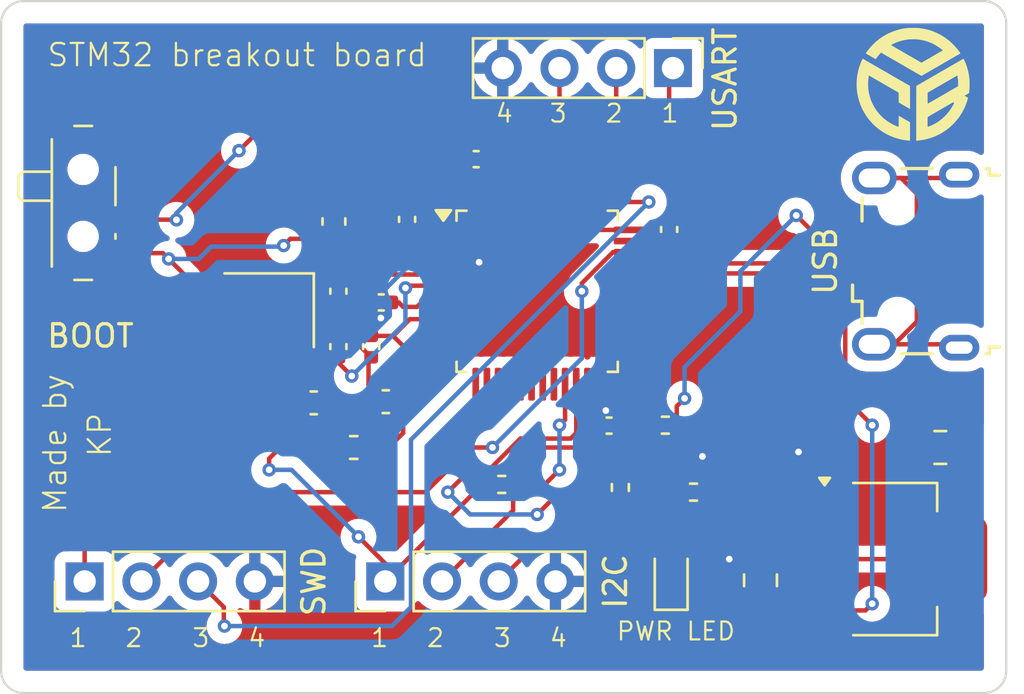
<source format=kicad_pcb>
(kicad_pcb (version 20221018) (generator pcbnew)
  (layers (0 "F.Cu" signal) (31 "B.Cu" power) (34 "B.Paste" user) (35 "F.Paste" user) (36 "B.SilkS" user "B.Silkscreen") (37 "F.SilkS" user "F.Silkscreen") (38 "B.Mask" user) (39 "F.Mask" user) (44 "Edge.Cuts" user))
  (net 0 "")
  (net 1 "+3.3V")
  (net 2 "GND")
  (net 3 "+3.3VA")
  (net 4 "/NRST")
  (net 5 "/OSC_IN")
  (net 6 "/OSC_OUT")
  (net 7 "VBUS")
  (net 8 "/PWR_LED_K")
  (net 9 "/USB_D-")
  (net 10 "/USB_D+")
  (net 12 "unconnected-(J1-Shield-Pad6)")
  (net 13 "/SWDIO")
  (net 14 "/SWCLK")
  (net 15 "/USART1_TX")
  (net 16 "/USART1_RX")
  (net 17 "/I2C2_SCL")
  (net 18 "/I2C2_SDA")
  (net 19 "/SW_BOOT0")
  (net 20 "/BOOT0")
  (footprint "kartik:custom_logo" (layer "F.Cu") (at 186.832368 89.722748)
    (fp_text reference "G***" hide)
    (fp_text value "LOGO" hide)
  )
  (footprint "Capacitor_SMD:C_0805_2012Metric" (layer "F.Cu") (at 180 111.95 90)
    (fp_text reference "C12" hide)
    (fp_text value "22u" hide)
    (pad "1" smd roundrect (at -0.95 0 90) (size 1 1.45) (layers "F.Cu" "F.Paste" "F.Mask") (net 7 "VBUS"))
    (pad "2" smd roundrect (at 0.95 0 90) (size 1 1.45) (layers "F.Cu" "F.Paste" "F.Mask") (net 2 "GND"))
  )
  (footprint "Capacitor_SMD:C_0402_1005Metric" (layer "F.Cu") (at 163.02 99.5 180)
    (fp_text reference "C9" hide)
    (fp_text value "100n" hide)
    (pad "1" smd roundrect (at -0.48 0 180) (size 0.56 0.62) (layers "F.Cu" "F.Paste" "F.Mask") (net 4 "/NRST"))
    (pad "2" smd roundrect (at 0.48 0 180) (size 0.56 0.62) (layers "F.Cu" "F.Paste" "F.Mask") (net 2 "GND"))
  )
  (footprint "Package_QFP:LQFP-48_7x7mm_P0.5mm" (layer "F.Cu") (at 170 99)
    (fp_text reference "U1" hide)
    (fp_text value "STM32F103C8T6" hide)
    (pad "1" smd roundrect (at -4.1625 -2.75) (size 1.475 0.3) (layers "F.Cu" "F.Paste" "F.Mask") (net 1 "+3.3V"))
    (pad "2" smd roundrect (at -4.1625 -2.25) (size 1.475 0.3) (layers "F.Cu" "F.Paste" "F.Mask"))
    (pad "3" smd roundrect (at -4.1625 -1.75) (size 1.475 0.3) (layers "F.Cu" "F.Paste" "F.Mask"))
    (pad "4" smd roundrect (at -4.1625 -1.25) (size 1.475 0.3) (layers "F.Cu" "F.Paste" "F.Mask"))
    (pad "5" smd roundrect (at -4.1625 -0.75) (size 1.475 0.3) (layers "F.Cu" "F.Paste" "F.Mask") (net 5 "/OSC_IN"))
    (pad "6" smd roundrect (at -4.1625 -0.25) (size 1.475 0.3) (layers "F.Cu" "F.Paste" "F.Mask") (net 6 "/OSC_OUT"))
    (pad "7" smd roundrect (at -4.1625 0.25) (size 1.475 0.3) (layers "F.Cu" "F.Paste" "F.Mask") (net 4 "/NRST"))
    (pad "8" smd roundrect (at -4.1625 0.75) (size 1.475 0.3) (layers "F.Cu" "F.Paste" "F.Mask") (net 2 "GND"))
    (pad "9" smd roundrect (at -4.1625 1.25) (size 1.475 0.3) (layers "F.Cu" "F.Paste" "F.Mask") (net 3 "+3.3VA"))
    (pad "10" smd roundrect (at -4.1625 1.75) (size 1.475 0.3) (layers "F.Cu" "F.Paste" "F.Mask"))
    (pad "11" smd roundrect (at -4.1625 2.25) (size 1.475 0.3) (layers "F.Cu" "F.Paste" "F.Mask"))
    (pad "12" smd roundrect (at -4.1625 2.75) (size 1.475 0.3) (layers "F.Cu" "F.Paste" "F.Mask"))
    (pad "13" smd roundrect (at -2.75 4.1625) (size 0.3 1.475) (layers "F.Cu" "F.Paste" "F.Mask"))
    (pad "14" smd roundrect (at -2.25 4.1625) (size 0.3 1.475) (layers "F.Cu" "F.Paste" "F.Mask"))
    (pad "15" smd roundrect (at -1.75 4.1625) (size 0.3 1.475) (layers "F.Cu" "F.Paste" "F.Mask"))
    (pad "16" smd roundrect (at -1.25 4.1625) (size 0.3 1.475) (layers "F.Cu" "F.Paste" "F.Mask"))
    (pad "17" smd roundrect (at -0.75 4.1625) (size 0.3 1.475) (layers "F.Cu" "F.Paste" "F.Mask"))
    (pad "18" smd roundrect (at -0.25 4.1625) (size 0.3 1.475) (layers "F.Cu" "F.Paste" "F.Mask"))
    (pad "19" smd roundrect (at 0.25 4.1625) (size 0.3 1.475) (layers "F.Cu" "F.Paste" "F.Mask"))
    (pad "20" smd roundrect (at 0.75 4.1625) (size 0.3 1.475) (layers "F.Cu" "F.Paste" "F.Mask"))
    (pad "21" smd roundrect (at 1.25 4.1625) (size 0.3 1.475) (layers "F.Cu" "F.Paste" "F.Mask") (net 17 "/I2C2_SCL"))
    (pad "22" smd roundrect (at 1.75 4.1625) (size 0.3 1.475) (layers "F.Cu" "F.Paste" "F.Mask") (net 18 "/I2C2_SDA"))
    (pad "23" smd roundrect (at 2.25 4.1625) (size 0.3 1.475) (layers "F.Cu" "F.Paste" "F.Mask") (net 2 "GND"))
    (pad "24" smd roundrect (at 2.75 4.1625) (size 0.3 1.475) (layers "F.Cu" "F.Paste" "F.Mask") (net 1 "+3.3V"))
    (pad "25" smd roundrect (at 4.1625 2.75) (size 1.475 0.3) (layers "F.Cu" "F.Paste" "F.Mask"))
    (pad "26" smd roundrect (at 4.1625 2.25) (size 1.475 0.3) (layers "F.Cu" "F.Paste" "F.Mask"))
    (pad "27" smd roundrect (at 4.1625 1.75) (size 1.475 0.3) (layers "F.Cu" "F.Paste" "F.Mask"))
    (pad "28" smd roundrect (at 4.1625 1.25) (size 1.475 0.3) (layers "F.Cu" "F.Paste" "F.Mask"))
    (pad "29" smd roundrect (at 4.1625 0.75) (size 1.475 0.3) (layers "F.Cu" "F.Paste" "F.Mask"))
    (pad "30" smd roundrect (at 4.1625 0.25) (size 1.475 0.3) (layers "F.Cu" "F.Paste" "F.Mask"))
    (pad "31" smd roundrect (at 4.1625 -0.25) (size 1.475 0.3) (layers "F.Cu" "F.Paste" "F.Mask"))
    (pad "32" smd roundrect (at 4.1625 -0.75) (size 1.475 0.3) (layers "F.Cu" "F.Paste" "F.Mask") (net 9 "/USB_D-"))
    (pad "33" smd roundrect (at 4.1625 -1.25) (size 1.475 0.3) (layers "F.Cu" "F.Paste" "F.Mask") (net 10 "/USB_D+"))
    (pad "34" smd roundrect (at 4.1625 -1.75) (size 1.475 0.3) (layers "F.Cu" "F.Paste" "F.Mask") (net 13 "/SWDIO"))
    (pad "35" smd roundrect (at 4.1625 -2.25) (size 1.475 0.3) (layers "F.Cu" "F.Paste" "F.Mask") (net 2 "GND"))
    (pad "36" smd roundrect (at 4.1625 -2.75) (size 1.475 0.3) (layers "F.Cu" "F.Paste" "F.Mask") (net 1 "+3.3V"))
    (pad "37" smd roundrect (at 2.75 -4.1625) (size 0.3 1.475) (layers "F.Cu" "F.Paste" "F.Mask") (net 14 "/SWCLK"))
    (pad "38" smd roundrect (at 2.25 -4.1625) (size 0.3 1.475) (layers "F.Cu" "F.Paste" "F.Mask"))
    (pad "39" smd roundrect (at 1.75 -4.1625) (size 0.3 1.475) (layers "F.Cu" "F.Paste" "F.Mask"))
    (pad "40" smd roundrect (at 1.25 -4.1625) (size 0.3 1.475) (layers "F.Cu" "F.Paste" "F.Mask"))
    (pad "41" smd roundrect (at 0.75 -4.1625) (size 0.3 1.475) (layers "F.Cu" "F.Paste" "F.Mask"))
    (pad "42" smd roundrect (at 0.25 -4.1625) (size 0.3 1.475) (layers "F.Cu" "F.Paste" "F.Mask") (net 15 "/USART1_TX"))
    (pad "43" smd roundrect (at -0.25 -4.1625) (size 0.3 1.475) (layers "F.Cu" "F.Paste" "F.Mask") (net 16 "/USART1_RX"))
    (pad "44" smd roundrect (at -0.75 -4.1625) (size 0.3 1.475) (layers "F.Cu" "F.Paste" "F.Mask") (net 20 "/BOOT0"))
    (pad "45" smd roundrect (at -1.25 -4.1625) (size 0.3 1.475) (layers "F.Cu" "F.Paste" "F.Mask"))
    (pad "46" smd roundrect (at -1.75 -4.1625) (size 0.3 1.475) (layers "F.Cu" "F.Paste" "F.Mask"))
    (pad "47" smd roundrect (at -2.25 -4.1625) (size 0.3 1.475) (layers "F.Cu" "F.Paste" "F.Mask") (net 2 "GND"))
    (pad "48" smd roundrect (at -2.75 -4.1625) (size 0.3 1.475) (layers "F.Cu" "F.Paste" "F.Mask") (net 1 "+3.3V"))
  )
  (footprint "LED_SMD:LED_0603_1608Metric" (layer "F.Cu") (at 176 111.7875 90)
    (fp_text reference "D1" hide)
    (fp_text value "RED" hide)
    (pad "1" smd roundrect (at -0.7875 0 90) (size 0.875 0.95) (layers "F.Cu" "F.Paste" "F.Mask") (net 8 "/PWR_LED_K"))
    (pad "2" smd roundrect (at 0.7875 0 90) (size 0.875 0.95) (layers "F.Cu" "F.Paste" "F.Mask") (net 1 "+3.3V"))
  )
  (footprint "Capacitor_SMD:C_0603_1608Metric" (layer "F.Cu") (at 160.9 95.875 90)
    (fp_text reference "C5" hide)
    (fp_text value "10u" hide)
    (pad "1" smd roundrect (at -0.775 0 90) (size 0.9 0.95) (layers "F.Cu" "F.Paste" "F.Mask") (net 1 "+3.3V"))
    (pad "2" smd roundrect (at 0.775 0 90) (size 0.9 0.95) (layers "F.Cu" "F.Paste" "F.Mask") (net 2 "GND"))
  )
  (footprint "Connector_PinHeader_2.54mm:PinHeader_1x04_P2.54mm_Vertical" (layer "F.Cu") (at 149.74 112 90)
    (fp_text reference "SWD" (at 0 10.26 90) (layer "F.SilkS"))
    (fp_text value "Conn_01x04_Pin" hide)
    (pad "1" thru_hole rect (at 0 0 90) (size 1.7 1.7) (drill 1) (layers "*.Cu" "*.Mask") (net 1 "+3.3V"))
    (pad "2" thru_hole oval (at 0 2.54 90) (size 1.7 1.7) (drill 1) (layers "*.Cu" "*.Mask") (net 13 "/SWDIO"))
    (pad "3" thru_hole oval (at 0 5.08 90) (size 1.7 1.7) (drill 1) (layers "*.Cu" "*.Mask") (net 14 "/SWCLK"))
    (pad "4" thru_hole oval (at 0 7.62 90) (size 1.7 1.7) (drill 1) (layers "*.Cu" "*.Mask") (net 2 "GND"))
  )
  (footprint "Capacitor_SMD:C_0402_1005Metric" (layer "F.Cu") (at 175.909488 96.23 -90)
    (fp_text reference "C3" hide)
    (fp_text value "100n" hide)
    (pad "1" smd roundrect (at -0.48 0 270) (size 0.56 0.62) (layers "F.Cu" "F.Paste" "F.Mask") (net 1 "+3.3V"))
    (pad "2" smd roundrect (at 0.48 0 270) (size 0.56 0.62) (layers "F.Cu" "F.Paste" "F.Mask") (net 2 "GND"))
  )
  (footprint "Connector_PinHeader_2.54mm:PinHeader_1x04_P2.54mm_Vertical" (layer "F.Cu") (at 176.08 89 -90)
    (fp_text reference "USART" (at 0.5 -2.33 90) (layer "F.SilkS"))
    (fp_text value "Conn_01x04_Pin" hide)
    (pad "1" thru_hole rect (at 0 0 270) (size 1.7 1.7) (drill 1) (layers "*.Cu" "*.Mask") (net 1 "+3.3V"))
    (pad "2" thru_hole oval (at 0 2.54 270) (size 1.7 1.7) (drill 1) (layers "*.Cu" "*.Mask") (net 15 "/USART1_TX"))
    (pad "3" thru_hole oval (at 0 5.08 270) (size 1.7 1.7) (drill 1) (layers "*.Cu" "*.Mask") (net 16 "/USART1_RX"))
    (pad "4" thru_hole oval (at 0 7.62 270) (size 1.7 1.7) (drill 1) (layers "*.Cu" "*.Mask") (net 2 "GND"))
  )
  (footprint "Resistor_SMD:R_0402_1005Metric" (layer "F.Cu") (at 177 108 180)
    (fp_text reference "R3" hide)
    (fp_text value "1k5" hide)
    (pad "1" smd roundrect (at -0.51 0 180) (size 0.54 0.64) (layers "F.Cu" "F.Paste" "F.Mask") (net 2 "GND"))
    (pad "2" smd roundrect (at 0.51 0 180) (size 0.54 0.64) (layers "F.Cu" "F.Paste" "F.Mask") (net 8 "/PWR_LED_K"))
  )
  (footprint "Capacitor_SMD:C_0805_2012Metric" (layer "F.Cu") (at 188.05 106 180)
    (fp_text reference "C13" hide)
    (fp_text value "22u" hide)
    (pad "1" smd roundrect (at -0.95 0 180) (size 1 1.45) (layers "F.Cu" "F.Paste" "F.Mask") (net 1 "+3.3V"))
    (pad "2" smd roundrect (at 0.95 0 180) (size 1 1.45) (layers "F.Cu" "F.Paste" "F.Mask") (net 2 "GND"))
  )
  (footprint "Capacitor_SMD:C_0402_1005Metric" (layer "F.Cu") (at 173.219573 105.020575 180)
    (fp_text reference "C4" hide)
    (fp_text value "100n" hide)
    (pad "1" smd roundrect (at -0.48 0 180) (size 0.56 0.62) (layers "F.Cu" "F.Paste" "F.Mask") (net 1 "+3.3V"))
    (pad "2" smd roundrect (at 0.48 0 180) (size 0.56 0.62) (layers "F.Cu" "F.Paste" "F.Mask") (net 2 "GND"))
  )
  (footprint "Capacitor_SMD:C_0402_1005Metric" (layer "F.Cu") (at 164.176972 95.78 90)
    (fp_text reference "C2" hide)
    (fp_text value "100n" hide)
    (pad "1" smd roundrect (at -0.48 0 90) (size 0.56 0.62) (layers "F.Cu" "F.Paste" "F.Mask") (net 1 "+3.3V"))
    (pad "2" smd roundrect (at 0.48 0 90) (size 0.56 0.62) (layers "F.Cu" "F.Paste" "F.Mask") (net 2 "GND"))
  )
  (footprint "Resistor_SMD:R_0201_0603Metric" (layer "F.Cu") (at 169.25 92.845 -90)
    (fp_text reference "R1" hide)
    (fp_text value "10k" hide)
    (pad "1" smd roundrect (at -0.32 0 270) (size 0.46 0.4) (layers "F.Cu" "F.Mask") (net 19 "/SW_BOOT0"))
    (pad "2" smd roundrect (at 0.32 0 270) (size 0.46 0.4) (layers "F.Cu" "F.Mask") (net 20 "/BOOT0"))
  )
  (footprint "Capacitor_SMD:C_0603_1608Metric" (layer "F.Cu") (at 163.225 103.947194 180)
    (fp_text reference "C7" hide)
    (fp_text value "1u" hide)
    (pad "1" smd roundrect (at -0.775 0 180) (size 0.9 0.95) (layers "F.Cu" "F.Paste" "F.Mask") (net 3 "+3.3VA"))
    (pad "2" smd roundrect (at 0.775 0 180) (size 0.9 0.95) (layers "F.Cu" "F.Paste" "F.Mask") (net 2 "GND"))
  )
  (footprint "Inductor_SMD:L_0603_1608Metric" (layer "F.Cu") (at 161.7875 106 180)
    (fp_text reference "FB1" hide)
    (fp_text value "120R" hide)
    (pad "1" smd roundrect (at -0.7875 0 180) (size 0.875 0.95) (layers "F.Cu" "F.Paste" "F.Mask") (net 3 "+3.3VA"))
    (pad "2" smd roundrect (at 0.7875 0 180) (size 0.875 0.95) (layers "F.Cu" "F.Paste" "F.Mask") (net 1 "+3.3V"))
  )
  (footprint "Resistor_SMD:R_0402_1005Metric" (layer "F.Cu") (at 173.725476 107.790682 90)
    (fp_text reference "R5" hide)
    (fp_text value "1k5" hide)
    (pad "1" smd roundrect (at -0.51 0 90) (size 0.54 0.64) (layers "F.Cu" "F.Paste" "F.Mask") (net 18 "/I2C2_SDA"))
    (pad "2" smd roundrect (at 0.51 0 90) (size 0.54 0.64) (layers "F.Cu" "F.Paste" "F.Mask") (net 1 "+3.3V"))
  )
  (footprint "Package_TO_SOT_SMD:SOT-223-3_TabPin2" (layer "F.Cu") (at 186 111)
    (fp_text reference "U2" hide)
    (fp_text value "AMS1117-3.3" hide)
    (pad "1" smd roundrect (at -3.15 -2.3) (size 2 1.5) (layers "F.Cu" "F.Paste" "F.Mask") (net 2 "GND"))
    (pad "2" smd roundrect (at -3.15 0) (size 2 1.5) (layers "F.Cu" "F.Paste" "F.Mask") (net 1 "+3.3V"))
    (pad "2" smd roundrect (at 3.15 0) (size 2 3.8) (layers "F.Cu" "F.Paste" "F.Mask") (net 1 "+3.3V"))
    (pad "3" smd roundrect (at -3.15 2.3) (size 2 1.5) (layers "F.Cu" "F.Paste" "F.Mask") (net 7 "VBUS"))
  )
  (footprint "Connector_PinHeader_2.54mm:PinHeader_1x04_P2.54mm_Vertical" (layer "F.Cu") (at 163.2 112 90)
    (fp_text reference "I2C" (at 0 10.3 90) (layer "F.SilkS"))
    (fp_text value "Conn_01x04_Pin" hide)
    (pad "1" thru_hole rect (at 0 0 90) (size 1.7 1.7) (drill 1) (layers "*.Cu" "*.Mask") (net 1 "+3.3V"))
    (pad "2" thru_hole oval (at 0 2.54 90) (size 1.7 1.7) (drill 1) (layers "*.Cu" "*.Mask") (net 17 "/I2C2_SCL"))
    (pad "3" thru_hole oval (at 0 5.08 90) (size 1.7 1.7) (drill 1) (layers "*.Cu" "*.Mask") (net 18 "/I2C2_SDA"))
    (pad "4" thru_hole oval (at 0 7.62 90) (size 1.7 1.7) (drill 1) (layers "*.Cu" "*.Mask") (net 2 "GND"))
  )
  (footprint "Capacitor_SMD:C_0402_1005Metric" (layer "F.Cu") (at 161.1 99 -90)
    (fp_text reference "C10" hide)
    (fp_text value "10p" hide)
    (pad "1" smd roundrect (at -0.48 0 270) (size 0.56 0.62) (layers "F.Cu" "F.Paste" "F.Mask") (net 5 "/OSC_IN"))
    (pad "2" smd roundrect (at 0.48 0 270) (size 0.56 0.62) (layers "F.Cu" "F.Paste" "F.Mask") (net 2 "GND"))
  )
  (footprint "Capacitor_SMD:C_0603_1608Metric" (layer "F.Cu") (at 159.998147 104)
    (fp_text reference "C8" hide)
    (fp_text value "1u" hide)
    (pad "1" smd roundrect (at -0.775 0) (size 0.9 0.95) (layers "F.Cu" "F.Paste" "F.Mask") (net 1 "+3.3V"))
    (pad "2" smd roundrect (at 0.775 0) (size 0.9 0.95) (layers "F.Cu" "F.Paste" "F.Mask") (net 2 "GND"))
  )
  (footprint "Resistor_SMD:R_0402_1005Metric" (layer "F.Cu") (at 168.414306 107.655311 180)
    (fp_text reference "R4" hide)
    (fp_text value "1k5" hide)
    (pad "1" smd roundrect (at -0.51 0 180) (size 0.54 0.64) (layers "F.Cu" "F.Paste" "F.Mask") (net 17 "/I2C2_SCL"))
    (pad "2" smd roundrect (at 0.51 0 180) (size 0.54 0.64) (layers "F.Cu" "F.Paste" "F.Mask") (net 1 "+3.3V"))
  )
  (footprint "Button_Switch_SMD:SW_SPDT_PCM12" (layer "F.Cu") (at 150 95.0425 -90)
    (fp_text reference "SW1" hide)
    (fp_text value "SW_SPDT" hide)
    (pad "" smd rect (at -3.65 -0.78 270) (size 1 0.8) (layers "F.Cu" "F.Paste" "F.Mask"))
    (pad "" smd rect (at -3.65 1.43 270) (size 1 0.8) (layers "F.Cu" "F.Paste" "F.Mask"))
    (pad "" np_thru_hole circle (at -1.5 0.33 270) (size 0.9 0.9) (drill 0.9) (layers "*.Cu" "*.Mask"))
    (pad "" np_thru_hole circle (at 1.5 0.33 270) (size 0.9 0.9) (drill 0.9) (layers "*.Cu" "*.Mask"))
    (pad "" smd rect (at 3.65 -0.78 270) (size 1 0.8) (layers "F.Cu" "F.Paste" "F.Mask"))
    (pad "" smd rect (at 3.65 1.43 270) (size 1 0.8) (layers "F.Cu" "F.Paste" "F.Mask"))
    (pad "1" smd rect (at -2.25 -1.43 270) (size 0.7 1.5) (layers "F.Cu" "F.Paste" "F.Mask") (net 2 "GND"))
    (pad "2" smd rect (at 0.75 -1.43 270) (size 0.7 1.5) (layers "F.Cu" "F.Paste" "F.Mask") (net 19 "/SW_BOOT0"))
    (pad "3" smd rect (at 2.25 -1.43 270) (size 0.7 1.5) (layers "F.Cu" "F.Paste" "F.Mask") (net 1 "+3.3V"))
  )
  (footprint "Capacitor_SMD:C_0402_1005Metric" (layer "F.Cu") (at 162.569158 101.48 -90)
    (fp_text reference "C6" hide)
    (fp_text value "10n" hide)
    (pad "1" smd roundrect (at -0.48 0 270) (size 0.56 0.62) (layers "F.Cu" "F.Paste" "F.Mask") (net 3 "+3.3VA"))
    (pad "2" smd roundrect (at 0.48 0 270) (size 0.56 0.62) (layers "F.Cu" "F.Paste" "F.Mask") (net 2 "GND"))
  )
  (footprint "Resistor_SMD:R_0402_1005Metric" (layer "F.Cu") (at 175.74 105)
    (fp_text reference "R2" hide)
    (fp_text value "1k5" hide)
    (pad "1" smd roundrect (at -0.51 0) (size 0.54 0.64) (layers "F.Cu" "F.Paste" "F.Mask") (net 1 "+3.3V"))
    (pad "2" smd roundrect (at 0.51 0) (size 0.54 0.64) (layers "F.Cu" "F.Paste" "F.Mask") (net 10 "/USB_D+"))
  )
  (footprint "Connector_USB:USB_Micro-B_Wuerth_629105150521" (layer "F.Cu") (at 186.945 97.65 90)
    (fp_text reference "USB" (at 0 -4.045 90) (layer "F.SilkS"))
    (fp_text value "USB_B_Micro" hide)
    (pad "" np_thru_hole oval (at -2.5 -0.8 90) (size 0.8 0.8) (drill 0.8) (layers "*.Cu" "*.Mask"))
    (pad "" np_thru_hole oval (at 2.5 -0.8 90) (size 0.8 0.8) (drill 0.8) (layers "*.Cu" "*.Mask"))
    (pad "1" smd rect (at -1.3 -1.9 90) (size 0.45 1.3) (layers "F.Cu" "F.Paste" "F.Mask") (net 7 "VBUS"))
    (pad "2" smd rect (at -0.65 -1.9 90) (size 0.45 1.3) (layers "F.Cu" "F.Paste" "F.Mask") (net 9 "/USB_D-"))
    (pad "3" smd rect (at 0 -1.9 90) (size 0.45 1.3) (layers "F.Cu" "F.Paste" "F.Mask") (net 10 "/USB_D+"))
    (pad "4" smd rect (at 0.65 -1.9 90) (size 0.45 1.3) (layers "F.Cu" "F.Paste" "F.Mask"))
    (pad "5" smd rect (at 1.3 -1.9 90) (size 0.45 1.3) (layers "F.Cu" "F.Paste" "F.Mask") (net 2 "GND"))
    (pad "6" thru_hole oval (at -3.875 1.95 90) (size 1.15 1.8) (drill oval 0.55 1.2) (layers "*.Cu" "*.Mask") (net 12 "unconnected-(J1-Shield-Pad6)"))
    (pad "6" thru_hole oval (at -3.725 -1.85 90) (size 1.45 2) (drill oval 0.85 1.4) (layers "*.Cu" "*.Mask") (net 12 "unconnected-(J1-Shield-Pad6)"))
    (pad "6" thru_hole oval (at 3.725 -1.85 90) (size 1.45 2) (drill oval 0.85 1.4) (layers "*.Cu" "*.Mask") (net 12 "unconnected-(J1-Shield-Pad6)"))
    (pad "6" thru_hole oval (at 3.875 1.95 90) (size 1.15 1.8) (drill oval 0.55 1.2) (layers "*.Cu" "*.Mask") (net 12 "unconnected-(J1-Shield-Pad6)"))
  )
  (footprint "Capacitor_SMD:C_0402_1005Metric" (layer "F.Cu") (at 167.27 93.08143)
    (fp_text reference "C1" hide)
    (fp_text value "100n" hide)
    (pad "1" smd roundrect (at -0.48 0) (size 0.56 0.62) (layers "F.Cu" "F.Paste" "F.Mask") (net 1 "+3.3V"))
    (pad "2" smd roundrect (at 0.48 0) (size 0.56 0.62) (layers "F.Cu" "F.Paste" "F.Mask") (net 2 "GND"))
  )
  (footprint "Capacitor_SMD:C_0402_1005Metric" (layer "F.Cu") (at 161.1 101.48 90)
    (fp_text reference "C11" hide)
    (fp_text value "10p" hide)
    (pad "1" smd roundrect (at -0.48 0 90) (size 0.56 0.62) (layers "F.Cu" "F.Paste" "F.Mask") (net 6 "/OSC_OUT"))
    (pad "2" smd roundrect (at 0.48 0 90) (size 0.56 0.62) (layers "F.Cu" "F.Paste" "F.Mask") (net 2 "GND"))
  )
  (footprint "Crystal:Crystal_SMD_3225-4Pin_3.2x2.5mm" (layer "F.Cu") (at 158 99.85 180)
    (fp_text reference "Y1" hide)
    (fp_text value "16MHz" hide)
    (pad "1" smd rect (at -1.1 0.85 180) (size 1.4 1.2) (layers "F.Cu" "F.Paste" "F.Mask") (net 5 "/OSC_IN"))
    (pad "2" smd rect (at 1.1 0.85 180) (size 1.4 1.2) (layers "F.Cu" "F.Paste" "F.Mask") (net 2 "GND"))
    (pad "3" smd rect (at 1.1 -0.85 180) (size 1.4 1.2) (layers "F.Cu" "F.Paste" "F.Mask") (net 6 "/OSC_OUT"))
    (pad "4" smd rect (at -1.1 -0.85 180) (size 1.4 1.2) (layers "F.Cu" "F.Paste" "F.Mask") (net 2 "GND"))
  )
  (gr_arc (start 146 87) (mid 146.292893 86.292893) (end 147 86) (stroke (width 0.1)) (layer "Edge.Cuts"))
  (gr_line (start 147 117) (end 190 117) (stroke (width 0.1)) (layer "Edge.Cuts"))
  (gr_arc (start 191 116) (mid 190.707107 116.707107) (end 190 117) (stroke (width 0.1)) (layer "Edge.Cuts"))
  (gr_line (start 191 87) (end 191 116) (stroke (width 0.1)) (layer "Edge.Cuts"))
  (gr_line (start 146 116) (end 146 87) (stroke (width 0.1)) (layer "Edge.Cuts"))
  (gr_arc (start 190 86) (mid 190.707107 86.292893) (end 191 87) (stroke (width 0.1)) (layer "Edge.Cuts"))
  (gr_line (start 147 86) (end 190 86) (stroke (width 0.1)) (layer "Edge.Cuts"))
  (gr_arc (start 147 117) (mid 146.292893 116.707107) (end 146 116) (stroke (width 0.1)) (layer "Edge.Cuts"))
  (gr_text "1" (at 162.5 115) (layer "F.SilkS") (effects (font (size 0.8 0.8) (thickness 0.1)) (justify left bottom)))
  (gr_text "BOOT" (at 150 101) (layer "F.SilkS") (effects (font (size 1 1))))
  (gr_text "STM32 breakout board" (at 148 89) (layer "F.SilkS") (effects (font (size 1 1) (thickness 0.1)) (justify left bottom)))
  (gr_text "1" (at 149 115) (layer "F.SilkS") (effects (font (size 0.8 0.8) (thickness 0.1)) (justify left bottom)))
  (gr_text "PWR LED" (at 173.5 114.7) (layer "F.SilkS") (effects (font (size 0.8 0.8) (thickness 0.1)) (justify left bottom)))
  (gr_text "1" (at 175.5 91.5) (layer "F.SilkS") (effects (font (size 0.8 0.8) (thickness 0.1)) (justify left bottom)))
  (gr_text "4" (at 170.5 115) (layer "F.SilkS") (effects (font (size 0.8 0.8) (thickness 0.1)) (justify left bottom)))
  (gr_text "3" (at 154.5 115) (layer "F.SilkS") (effects (font (size 0.8 0.8) (thickness 0.1)) (justify left bottom)))
  (gr_text "2" (at 151.5 115) (layer "F.SilkS") (effects (font (size 0.8 0.8) (thickness 0.1)) (justify left bottom)))
  (gr_text "4" (at 157 115) (layer "F.SilkS") (effects (font (size 0.8 0.8) (thickness 0.1)) (justify left bottom)))
  (gr_text "4" (at 168.08 91.5) (layer "F.SilkS") (effects (font (size 0.8 0.8) (thickness 0.1)) (justify left bottom)))
  (gr_text "KP" (at 151 106.5 90) (layer "F.SilkS") (effects (font (size 1 1) (thickness 0.1)) (justify left bottom)))
  (gr_text "3" (at 168 115) (layer "F.SilkS") (effects (font (size 0.8 0.8) (thickness 0.1)) (justify left bottom)))
  (gr_text "2" (at 165 115) (layer "F.SilkS") (effects (font (size 0.8 0.8) (thickness 0.1)) (justify left bottom)))
  (gr_text "3" (at 170.5 91.5) (layer "F.SilkS") (effects (font (size 0.8 0.8) (thickness 0.1)) (justify left bottom)))
  (gr_text "Made by" (at 149 109 90) (layer "F.SilkS") (effects (font (size 1 1) (thickness 0.1)) (justify left bottom)))
  (gr_text "2" (at 173 91.5) (layer "F.SilkS") (effects (font (size 0.8 0.8) (thickness 0.1)) (justify left bottom)))
  (segment (start 163.29 96.26) (end 164.176972 96.26) (width 0.2) (layer "F.Cu") (net 1))
  (segment (start 167.25 95.95) (end 167.55 96.25) (width 0.2) (layer "F.Cu") (net 1))
  (segment (start 167.55 96.25) (end 174.1625 96.25) (width 0.2) (layer "F.Cu") (net 1))
  (segment (start 163.2 112) (end 167.544689 107.655311) (width 0.2) (layer "F.Cu") (net 1))
  (segment (start 159.95 106) (end 161 106) (width 0.2) (layer "F.Cu") (net 1))
  (segment (start 158 107) (end 158 106.496294) (width 0.2) (layer "F.Cu") (net 1))
  (segment (start 174.4 112) (end 175.4 111) (width 0.2) (layer "F.Cu") (net 1))
  (segment (start 163.2 111.2) (end 162 110) (width 0.2) (layer "F.Cu") (net 1))
  (segment (start 173.699573 105.020575) (end 173.699573 104.112073) (width 0.2) (layer "F.Cu") (net 1))
  (segment (start 189.15 111) (end 189.15 106.15) (width 0.2) (layer "F.Cu") (net 1))
  (segment (start 175.4 111) (end 176 111) (width 0.2) (layer "F.Cu") (net 1))
  (segment (start 153.5 97.55) (end 154.35 98.4) (width 0.2) (layer "F.Cu") (net 1))
  (segment (start 182.85 111) (end 182.4 111) (width 0.2) (layer "F.Cu") (net 1))
  (segment (start 175.409488 96.25) (end 175.909488 95.75) (width 0.2) (layer "F.Cu") (net 1))
  (segment (start 174.4 113.9) (end 174.4 112) (width 0.2) (layer "F.Cu") (net 1))
  (segment (start 166.79 93.08143) (end 166.79 93.29) (width 0.2) (layer "F.Cu") (net 1))
  (segment (start 163.2 112) (end 163.2 111.2) (width 0.2) (layer "F.Cu") (net 1))
  (segment (start 162.9 96.65) (end 163.29 96.26) (width 0.2) (layer "F.Cu") (net 1))
  (segment (start 169.559617 106) (end 173 106) (width 0.2) (layer "F.Cu") (net 1))
  (segment (start 173.699573 104.112073) (end 172.75 103.1625) (width 0.2) (layer "F.Cu") (net 1))
  (segment (start 175.909488 95.75) (end 175.909488 89.170512) (width 0.2) (layer "F.Cu") (net 1))
  (segment (start 173.699573 105.020575) (end 175.209425 105.020575) (width 0.2) (layer "F.Cu") (net 1))
  (segment (start 154.35 102.4) (end 155.95 104) (width 0.2) (layer "F.Cu") (net 1))
  (segment (start 167.25 93.75) (end 167.25 94.8375) (width 0.2) (layer "F.Cu") (net 1))
  (segment (start 159.223147 104) (end 159.223147 105.273147) (width 0.2) (layer "F.Cu") (net 1))
  (segment (start 174.1625 96.25) (end 175.409488 96.25) (width 0.2) (layer "F.Cu") (net 1))
  (segment (start 165.8275 96.26) (end 165.8375 96.25) (width 0.2) (layer "F.Cu") (net 1))
  (segment (start 173.725476 107.280682) (end 175 108.555206) (width 0.2) (layer "F.Cu") (net 1))
  (segment (start 151.43 97.2925) (end 153.2425 97.2925) (width 0.2) (layer "F.Cu") (net 1))
  (segment (start 153.2425 97.2925) (end 153.5 97.55) (width 0.2) (layer "F.Cu") (net 1))
  (segment (start 149.74 110.21) (end 155.95 104) (width 0.2) (layer "F.Cu") (net 1))
  (segment (start 167.25 95.95) (end 167.25 94.8375) (width 0.2) (layer "F.Cu") (net 1))
  (segment (start 176.8 114.3) (end 174.8 114.3) (width 0.2) (layer "F.Cu") (net 1))
  (segment (start 182.85 111) (end 189.15 111) (width 0.2) (layer "F.Cu") (net 1))
  (segment (start 160.9 96.65) (end 162.9 96.65) (width 0.2) (layer "F.Cu") (net 1))
  (segment (start 175 108.555206) (end 175 110) (width 0.2) (layer "F.Cu") (net 1))
  (segment (start 175.209425 105.020575) (end 175.23 105) (width 0.2) (layer "F.Cu") (net 1))
  (segment (start 158.95 96.65) (end 160.9 96.65) (width 0.2) (layer "F.Cu") (net 1))
  (segment (start 173.725476 106.725476) (end 173.725476 107.280682) (width 0.2) (layer "F.Cu") (net 1))
  (segment (start 173 106) (end 173.725476 106.725476) (width 0.2) (layer "F.Cu") (net 1))
  (segment (start 164.176972 96.26) (end 165.8275 96.26) (width 0.2) (layer "F.Cu") (net 1))
  (segment (start 178.5 109.4) (end 177.9 110) (width 0.2) (layer "F.Cu") (net 1))
  (segment (start 174.8 114.3) (end 174.4 113.9) (width 0.2) (layer "F.Cu") (net 1))
  (segment (start 173.699573 105.020575) (end 173.699573 105.300427) (width 0.2) (layer "F.Cu") (net 1))
  (segment (start 167.544689 107.655311) (end 167.904306 107.655311) (width 0.2) (layer "F.Cu") (net 1))
  (segment (start 182.4 111) (end 180.8 109.4) (width 0.2) (layer "F.Cu") (net 1))
  (segment (start 189.15 106.15) (end 189 106) (width 0.2) (layer "F.Cu") (net 1))
  (segment (start 149.74 112) (end 149.74 110.21) (width 0.2) (layer "F.Cu") (net 1))
  (segment (start 158.65 96.95) (end 158.95 96.65) (width 0.2) (layer "F.Cu") (net 1))
  (segment (start 166.79 93.29) (end 167.25 93.75) (width 0.2) (layer "F.Cu") (net 1))
  (segment (start 177.9 110) (end 177.9 113.2) (width 0.2) (layer "F.Cu") (net 1))
  (segment (start 154.35 98.4) (end 154.35 102.4) (width 0.2) (layer "F.Cu") (net 1))
  (segment (start 155.95 104) (end 159.223147 104) (width 0.2) (layer "F.Cu") (net 1))
  (segment (start 167.904306 107.655311) (end 169.559617 106) (width 0.2) (layer "F.Cu") (net 1))
  (segment (start 180.8 109.4) (end 178.5 109.4) (width 0.2) (layer "F.Cu") (net 1))
  (segment (start 158 106.496294) (end 159.223147 105.273147) (width 0.2) (layer "F.Cu") (net 1))
  (segment (start 177.9 113.2) (end 176.8 114.3) (width 0.2) (layer "F.Cu") (net 1))
  (segment (start 165.8375 96.25) (end 166.95 96.25) (width 0.2) (layer "F.Cu") (net 1))
  (segment (start 166.95 96.25) (end 167.25 95.95) (width 0.2) (layer "F.Cu") (net 1))
  (segment (start 175 110) (end 176 111) (width 0.2) (layer "F.Cu") (net 1))
  (segment (start 175.909488 89.170512) (end 176.08 89) (width 0.2) (layer "F.Cu") (net 1))
  (segment (start 159.223147 105.273147) (end 159.95 106) (width 0.2) (layer "F.Cu") (net 1))
  (segment (start 173.699573 105.300427) (end 173 106) (width 0.2) (layer "F.Cu") (net 1))
  (via (at 158 107) (size 0.6) (drill 0.3) (layers "F.Cu" "B.Cu") (net 1))
  (via (at 162 110) (size 0.6) (drill 0.3) (layers "F.Cu" "B.Cu") (net 1))
  (via (at 153.5 97.55) (size 0.6) (drill 0.3) (layers "F.Cu" "B.Cu") (net 1))
  (via (at 158.65 96.95) (size 0.6) (drill 0.3) (layers "F.Cu" "B.Cu") (net 1))
  (segment (start 155.4 97) (end 158.6 97) (width 0.2) (layer "B.Cu") (net 1))
  (segment (start 154.85 97.55) (end 155.4 97) (width 0.2) (layer "B.Cu") (net 1))
  (segment (start 153.5 97.55) (end 154.85 97.55) (width 0.2) (layer "B.Cu") (net 1))
  (segment (start 159 107) (end 158 107) (width 0.2) (layer "B.Cu") (net 1))
  (segment (start 162 110) (end 159 107) (width 0.2) (layer "B.Cu") (net 1))
  (segment (start 158.6 97) (end 158.65 96.95) (width 0.2) (layer "B.Cu") (net 1))
  (segment (start 182.5 94.5) (end 184.35 96.35) (width 0.2) (layer "F.Cu") (net 2))
  (segment (start 161.1 101) (end 161.1 99.48) (width 0.2) (layer "F.Cu") (net 2))
  (segment (start 162.54 99.74) (end 163 100.2) (width 0.2) (layer "F.Cu") (net 2))
  (segment (start 160.773147 104) (end 162.397194 104) (width 0.2) (layer "F.Cu") (net 2))
  (segment (start 167.75 93.08143) (end 167.75 94.8375) (width 0.2) (layer "F.Cu") (net 2))
  (segment (start 158.7 100.7) (end 157 99) (width 0.2) (layer "F.Cu") (net 2))
  (segment (start 162.397194 104) (end 162.45 103.947194) (width 0.2) (layer "F.Cu") (net 2))
  (segment (start 166.60741 99.75) (end 165.8375 99.75) (width 0.2) (layer "F.Cu") (net 2))
  (segment (start 176.79 96.71) (end 179 94.5) (width 0.2) (layer "F.Cu") (net 2))
  (segment (start 161.12 99.5) (end 161.1 99.48) (width 0.2) (layer "F.Cu") (net 2))
  (segment (start 175.909488 96.71) (end 176.79 96.71) (width 0.2) (layer "F.Cu") (net 2))
  (segment (start 174.1625 96.75) (end 175.869488 96.75) (width 0.2) (layer "F.Cu") (net 2))
  (segment (start 172.25 104.531002) (end 172.25 103.1625) (width 0.2) (layer "F.Cu") (net 2))
  (segment (start 167.4 98.95741) (end 166.60741 99.75) (width 0.2) (layer "F.Cu") (net 2))
  (segment (start 162.569158 103.828036) (end 162.45 103.947194) (width 0.2) (layer "F.Cu") (net 2))
  (segment (start 172.739573 104.679964) (end 173.075496 104.344041) (width 0.2) (layer "F.Cu") (net 2))
  (segment (start 161.609158 101) (end 162.569158 101.96) (width 0.2) (layer "F.Cu") (net 2))
  (segment (start 162.54 99.5) (end 162.54 99.74) (width 0.2) (layer "F.Cu") (net 2))
  (segment (start 159.1 100.7) (end 158.7 100.7) (width 0.2) (layer "F.Cu") (net 2))
  (segment (start 187.1 106) (end 181.9 106) (width 0.2) (layer "F.Cu") (net 2))
  (segment (start 177.4 107.89) (end 177.51 108) (width 0.2) (layer "F.Cu") (net 2))
  (segment (start 172.739573 105.020575) (end 172.739573 104.679964) (width 0.2) (layer "F.Cu") (net 2))
  (segment (start 184.35 96.35) (end 185.045 96.35) (width 0.2) (layer "F.Cu") (net 2))
  (segment (start 162.45 102.079158) (end 162.569158 101.96) (width 0.2) (layer "F.Cu") (net 2))
  (segment (start 178.6 111) (end 180 111) (width 0.2) (layer "F.Cu") (net 2))
  (segment (start 162.54 99.5) (end 161.12 99.5) (width 0.2) (layer "F.Cu") (net 2))
  (segment (start 161.1 101) (end 161.609158 101) (width 0.2) (layer "F.Cu") (net 2))
  (segment (start 177.4 106.4) (end 177.4 107.89) (width 0.2) (layer "F.Cu") (net 2))
  (segment (start 157 99) (end 156.9 99) (width 0.2) (layer "F.Cu") (net 2))
  (segment (start 172.739573 105.020575) (end 172.25 104.531002) (width 0.2) (layer "F.Cu") (net 2))
  (segment (start 175.869488 96.75) (end 175.909488 96.71) (width 0.2) (layer "F.Cu") (net 2))
  (segment (start 181.9 106) (end 181.7 106.2) (width 0.2) (layer "F.Cu") (net 2))
  (segment (start 167.4 97.7) (end 167.4 98.95741) (width 0.2) (layer "F.Cu") (net 2))
  (segment (start 162.45 103.947194) (end 162.45 102.079158) (width 0.2) (layer "F.Cu") (net 2))
  (segment (start 179 94.5) (end 182.5 94.5) (width 0.2) (layer "F.Cu") (net 2))
  (segment (start 162.52 99.48) (end 162.54 99.5) (width 0.2) (layer "F.Cu") (net 2))
  (via (at 163 100.2) (size 0.6) (drill 0.3) (layers "F.Cu" "B.Cu") (net 2))
  (via (at 181.7 106.2) (size 0.6) (drill 0.3) (layers "F.Cu" "B.Cu") (net 2))
  (via (at 173.075496 104.344041) (size 0.6) (drill 0.3) (layers "F.Cu" "B.Cu") (net 2))
  (via (at 177.4 106.4) (size 0.6) (drill 0.3) (layers "F.Cu" "B.Cu") (net 2))
  (via (at 167.4 97.7) (size 0.6) (drill 0.3) (layers "F.Cu" "B.Cu") (net 2))
  (via (at 178.6 111) (size 0.6) (drill 0.3) (layers "F.Cu" "B.Cu") (net 2))
  (segment (start 163 100.2) (end 163 99.104152) (width 0.2) (layer "B.Cu") (net 2))
  (segment (start 181.7 106.2) (end 178.6 109.3) (width 0.2) (layer "B.Cu") (net 2))
  (segment (start 178.6 109.3) (end 178.6 111) (width 0.2) (layer "B.Cu") (net 2))
  (segment (start 163 99.104152) (end 164.404152 97.7) (width 0.2) (layer "B.Cu") (net 2))
  (segment (start 164.404152 97.7) (end 167.4 97.7) (width 0.2) (layer "B.Cu") (net 2))
  (segment (start 173.075496 104.344041) (end 175.344041 104.344041) (width 0.2) (layer "B.Cu") (net 2))
  (segment (start 175.344041 104.344041) (end 177.4 106.4) (width 0.2) (layer "B.Cu") (net 2))
  (segment (start 164.3 100.25) (end 165.8375 100.25) (width 0.2) (layer "F.Cu") (net 3))
  (segment (start 164 103.947194) (end 164 101.45) (width 0.2) (layer "F.Cu") (net 3))
  (segment (start 163.35 106) (end 164 105.35) (width 0.2) (layer "F.Cu") (net 3))
  (segment (start 164 101.45) (end 163.55 101) (width 0.2) (layer "F.Cu") (net 3))
  (segment (start 162.569158 101) (end 163.55 101) (width 0.2) (layer "F.Cu") (net 3))
  (segment (start 163.55 101) (end 164.3 100.25) (width 0.2) (layer "F.Cu") (net 3))
  (segment (start 164 105.35) (end 164 103.947194) (width 0.2) (layer "F.Cu") (net 3))
  (segment (start 162.575 106) (end 163.35 106) (width 0.2) (layer "F.Cu") (net 3))
  (segment (start 163.8 99.5) (end 164 99.7) (width 0.2) (layer "F.Cu") (net 4))
  (segment (start 163.5 99.5) (end 163.8 99.5) (width 0.2) (layer "F.Cu") (net 4))
  (segment (start 164 99.7) (end 164.61759 99.7) (width 0.2) (layer "F.Cu") (net 4))
  (segment (start 164.61759 99.7) (end 165.06759 99.25) (width 0.2) (layer "F.Cu") (net 4))
  (segment (start 165.06759 99.25) (end 165.8375 99.25) (width 0.2) (layer "F.Cu") (net 4))
  (segment (start 159.1 99) (end 159.75 99) (width 0.2) (layer "F.Cu") (net 5))
  (segment (start 161.1 98.52) (end 161.37 98.25) (width 0.2) (layer "F.Cu") (net 5))
  (segment (start 161.37 98.25) (end 165.8375 98.25) (width 0.2) (layer "F.Cu") (net 5))
  (segment (start 159.75 99) (end 160.23 98.52) (width 0.2) (layer "F.Cu") (net 5))
  (segment (start 160.23 98.52) (end 161.1 98.52) (width 0.2) (layer "F.Cu") (net 5))
  (segment (start 156.9 100.7) (end 156.9 101.8) (width 0.2) (layer "F.Cu") (net 6))
  (segment (start 164.202681 98.75) (end 165.8375 98.75) (width 0.2) (layer "F.Cu") (net 6))
  (segment (start 164.102681 98.85) (end 164.202681 98.75) (width 0.2) (layer "F.Cu") (net 6))
  (segment (start 156.9 101.8) (end 157.06 101.96) (width 0.2) (layer "F.Cu") (net 6))
  (segment (start 157.06 101.96) (end 161.1 101.96) (width 0.2) (layer "F.Cu") (net 6))
  (segment (start 161.1 102.2) (end 161.7 102.8) (width 0.2) (layer "F.Cu") (net 6))
  (segment (start 161.1 101.96) (end 161.1 102.2) (width 0.2) (layer "F.Cu") (net 6))
  (via (at 161.7 102.8) (size 0.6) (drill 0.3) (layers "F.Cu" "B.Cu") (net 6))
  (via (at 164.102681 98.85) (size 0.6) (drill 0.3) (layers "F.Cu" "B.Cu") (net 6))
  (segment (start 164.102681 100.397319) (end 164.102681 98.85) (width 0.2) (layer "B.Cu") (net 6))
  (segment (start 161.7 102.8) (end 164.102681 100.397319) (width 0.2) (layer "B.Cu") (net 6))
  (segment (start 183.795 103.795) (end 183.795 100.355) (width 0.2) (layer "F.Cu") (net 7))
  (segment (start 182.85 113.3) (end 184.7 113.3) (width 0.2) (layer "F.Cu") (net 7))
  (segment (start 182.45 112.9) (end 182.85 113.3) (width 0.2) (layer "F.Cu") (net 7))
  (segment (start 180 112.9) (end 182.45 112.9) (width 0.2) (layer "F.Cu") (net 7))
  (segment (start 184.7 113.3) (end 185 113) (width 0.2) (layer "F.Cu") (net 7))
  (segment (start 183.795 100.355) (end 185.045 99.105) (width 0.2) (layer "F.Cu") (net 7))
  (segment (start 185 105) (end 183.795 103.795) (width 0.2) (layer "F.Cu") (net 7))
  (segment (start 185.045 99.105) (end 185.045 98.95) (width 0.2) (layer "F.Cu") (net 7))
  (via (at 185 105) (size 0.6) (drill 0.3) (layers "F.Cu" "B.Cu") (net 7))
  (via (at 185 113) (size 0.6) (drill 0.3) (layers "F.Cu" "B.Cu") (net 7))
  (segment (start 185 113) (end 185 105) (width 0.2) (layer "B.Cu") (net 7))
  (segment (start 176.49 108) (end 177 108.51) (width 0.2) (layer "F.Cu") (net 8))
  (segment (start 177 108.51) (end 177 111.575) (width 0.2) (layer "F.Cu") (net 8))
  (segment (start 177 111.575) (end 176 112.575) (width 0.2) (layer "F.Cu") (net 8))
  (segment (start 174.1625 98.25) (end 174.2125 98.2) (width 0.2) (layer "F.Cu") (net 9))
  (segment (start 174.2125 98.2) (end 183.969999 98.2) (width 0.2) (layer "F.Cu") (net 9))
  (segment (start 183.969999 98.2) (end 184.069999 98.3) (width 0.2) (layer "F.Cu") (net 9))
  (segment (start 184.069999 98.3) (end 185.045 98.3) (width 0.2) (layer "F.Cu") (net 9))
  (segment (start 176.25 105) (end 176.25 104.15) (width 0.2) (layer "F.Cu") (net 10))
  (segment (start 183.65 97.65) (end 185.045 97.65) (width 0.2) (layer "F.Cu") (net 10))
  (segment (start 176.25 104.15) (end 176.6 103.8) (width 0.2) (layer "F.Cu") (net 10))
  (segment (start 183.969999 97.75) (end 184.069999 97.65) (width 0.2) (layer "F.Cu") (net 10))
  (segment (start 174.1625 97.75) (end 183.969999 97.75) (width 0.2) (layer "F.Cu") (net 10))
  (segment (start 184.069999 97.65) (end 185.045 97.65) (width 0.2) (layer "F.Cu") (net 10))
  (segment (start 181.6 95.6) (end 183.65 97.65) (width 0.2) (layer "F.Cu") (net 10))
  (via (at 181.6 95.6) (size 0.6) (drill 0.3) (layers "F.Cu" "B.Cu") (net 10))
  (via (at 176.6 103.8) (size 0.6) (drill 0.3) (layers "F.Cu" "B.Cu") (net 10))
  (segment (start 176.6 103.8) (end 176.6 102.4) (width 0.2) (layer "B.Cu") (net 10))
  (segment (start 179.1 98.1) (end 181.6 95.6) (width 0.2) (layer "B.Cu") (net 10))
  (segment (start 179.1 99.9) (end 179.1 98.1) (width 0.2) (layer "B.Cu") (net 10))
  (segment (start 176.6 102.4) (end 179.1 99.9) (width 0.2) (layer "B.Cu") (net 10))
  (segment (start 185.245 101.68) (end 185.095 101.53) (width 0.2) (layer "F.Cu") (net 12))
  (segment (start 188.745 93.925) (end 188.895 93.775) (width 0.2) (layer "F.Cu") (net 12))
  (segment (start 185.095 93.925) (end 188.745 93.925) (width 0.2) (layer "F.Cu") (net 12))
  (segment (start 187 94.63) (end 187 100.361317) (width 0.2) (layer "F.Cu") (net 12))
  (segment (start 185.986317 101.375) (end 185.095 101.375) (width 0.2) (layer "F.Cu") (net 12))
  (segment (start 188.745 101.375) (end 188.895 101.525) (width 0.2) (layer "F.Cu") (net 12))
  (segment (start 185.245 93.93) (end 185.095 94.08) (width 0.2) (layer "F.Cu") (net 12))
  (segment (start 185.095 93.925) (end 186.295 93.925) (width 0.2) (layer "F.Cu") (net 12))
  (segment (start 185.986317 94.08) (end 185.095 94.08) (width 0.2) (layer "F.Cu") (net 12))
  (segment (start 187 100.361317) (end 185.986317 101.375) (width 0.2) (layer "F.Cu") (net 12))
  (segment (start 186.295 93.925) (end 187 94.63) (width 0.2) (layer "F.Cu") (net 12))
  (segment (start 185.095 101.375) (end 188.745 101.375) (width 0.2) (layer "F.Cu") (net 12))
  (segment (start 167 106) (end 168 106) (width 0.2) (layer "F.Cu") (net 13))
  (segment (start 172 99) (end 172 98.64259) (width 0.2) (layer "F.Cu") (net 13))
  (segment (start 173.39259 97.25) (end 174.1625 97.25) (width 0.2) (layer "F.Cu") (net 13))
  (segment (start 156.28 108) (end 165 108) (width 0.2) (layer "F.Cu") (net 13))
  (segment (start 172 98.64259) (end 173.39259 97.25) (width 0.2) (layer "F.Cu") (net 13))
  (segment (start 165 108) (end 167 106) (width 0.2) (layer "F.Cu") (net 13))
  (segment (start 152.28 112) (end 156.28 108) (width 0.2) (layer "F.Cu") (net 13))
  (via (at 172 99) (size 0.6) (drill 0.3) (layers "F.Cu" "B.Cu") (net 13))
  (via (at 168 106) (size 0.6) (drill 0.3) (layers "F.Cu" "B.Cu") (net 13))
  (segment (start 168 106) (end 172 102) (width 0.2) (layer "B.Cu") (net 13))
  (segment (start 172 102) (end 172 99) (width 0.2) (layer "B.Cu") (net 13))
  (segment (start 155.97 113.15) (end 155.97 113.97) (width 0.2) (layer "F.Cu") (net 14))
  (segment (start 154.82 112) (end 155.97 113.15) (width 0.2) (layer "F.Cu") (net 14))
  (segment (start 172.9125 95) (end 172.75 94.8375) (width 0.2) (layer "F.Cu") (net 14))
  (segment (start 175 95) (end 172.9125 95) (width 0.2) (layer "F.Cu") (net 14))
  (segment (start 155.97 113.97) (end 156 114) (width 0.2) (layer "F.Cu") (net 14))
  (via (at 156 114) (size 0.6) (drill 0.3) (layers "F.Cu" "B.Cu") (net 14))
  (via (at 175 95) (size 0.6) (drill 0.3) (layers "F.Cu" "B.Cu") (net 14))
  (segment (start 164.35 113.15) (end 164.35 105.65) (width 0.2) (layer "B.Cu") (net 14))
  (segment (start 163.5 114) (end 164.35 113.15) (width 0.2) (layer "B.Cu") (net 14))
  (segment (start 164.35 105.65) (end 175 95) (width 0.2) (layer "B.Cu") (net 14))
  (segment (start 156 114) (end 163.5 114) (width 0.2) (layer "B.Cu") (net 14))
  (segment (start 170.25 94.8375) (end 170.25 94.06759) (width 0.2) (layer "F.Cu") (net 15))
  (segment (start 170.91759 93.4) (end 170.95 93.4) (width 0.2) (layer "F.Cu") (net 15))
  (segment (start 170.95 93.4) (end 173.54 90.81) (width 0.2) (layer "F.Cu") (net 15))
  (segment (start 173.54 90.81) (end 173.54 89) (width 0.2) (layer "F.Cu") (net 15))
  (segment (start 170.25 94.06759) (end 170.91759 93.4) (width 0.2) (layer "F.Cu") (net 15))
  (segment (start 169.75 93.75) (end 170.1 93.4) (width 0.2) (layer "F.Cu") (net 16))
  (segment (start 169.75 94.8375) (end 169.75 93.75) (width 0.2) (layer "F.Cu") (net 16))
  (segment (start 171 91.2) (end 171 89) (width 0.2) (layer "F.Cu") (net 16))
  (segment (start 170.1 93.4) (end 170.1 92.1) (width 0.2) (layer "F.Cu") (net 16))
  (segment (start 170.1 92.1) (end 171 91.2) (width 0.2) (layer "F.Cu") (net 16))
  (segment (start 168.924306 108.815694) (end 168.924306 107.655311) (width 0.2) (layer "F.Cu") (net 17))
  (segment (start 171.25 104.75) (end 171 105) (width 0.2) (layer "F.Cu") (net 17))
  (segment (start 170.344689 107.655311) (end 171 107) (width 0.2) (layer "F.Cu") (net 17))
  (segment (start 168.924306 107.655311) (end 170.344689 107.655311) (width 0.2) (layer "F.Cu") (net 17))
  (segment (start 171.25 103.1625) (end 171.25 104.75) (width 0.2) (layer "F.Cu") (net 17))
  (segment (start 165.74 112) (end 168.924306 108.815694) (width 0.2) (layer "F.Cu") (net 17))
  (via (at 171 105) (size 0.6) (drill 0.3) (layers "F.Cu" "B.Cu") (net 17))
  (via (at 171 107) (size 0.6) (drill 0.3) (layers "F.Cu" "B.Cu") (net 17))
  (segment (start 171 107) (end 171 105) (width 0.2) (layer "B.Cu") (net 17))
  (segment (start 171.979318 108.300682) (end 173.725476 108.300682) (width 0.2) (layer "F.Cu") (net 18))
  (segment (start 170.699318 108.300682) (end 171.979318 108.300682) (width 0.2) (layer "F.Cu") (net 18))
  (segment (start 167 107) (end 166 108) (width 0.2) (layer "F.Cu") (net 18))
  (segment (start 168.28 112) (end 171.979318 108.300682) (width 0.2) (layer "F.Cu") (net 18))
  (segment (start 167.848529 107) (end 167 107) (width 0.2) (layer "F.Cu") (net 18))
  (segment (start 171.5 105.6) (end 169.248529 105.6) (width 0.2) (layer "F.Cu") (net 18))
  (segment (start 169.248529 105.6) (end 167.848529 107) (width 0.2) (layer "F.Cu") (net 18))
  (segment (start 171.75 105.35) (end 171.5 105.6) (width 0.2) (layer "F.Cu") (net 18))
  (segment (start 171.75 103.1625) (end 171.75 105.35) (width 0.2) (layer "F.Cu") (net 18))
  (segment (start 170 109) (end 170.699318 108.300682) (width 0.2) (layer "F.Cu") (net 18))
  (via (at 166 108) (size 0.6) (drill 0.3) (layers "F.Cu" "B.Cu") (net 18))
  (via (at 170 109) (size 0.6) (drill 0.3) (layers "F.Cu" "B.Cu") (net 18))
  (segment (start 167 109) (end 170 109) (width 0.2) (layer "B.Cu") (net 18))
  (segment (start 166 108) (end 167 109) (width 0.2) (layer "B.Cu") (net 18))
  (segment (start 158.7575 90.5925) (end 156.65 92.7) (width 0.2) (layer "F.Cu") (net 19))
  (segment (start 169.25 92.525) (end 169.25 92.15) (width 0.2) (layer "F.Cu") (net 19))
  (segment (start 153.85 95.8) (end 153.8425 95.7925) (width 0.2) (layer "F.Cu") (net 19))
  (segment (start 153.8425 95.7925) (end 151.43 95.7925) (width 0.2) (layer "F.Cu") (net 19))
  (segment (start 168.35 91.25) (end 164.25 91.25) (width 0.2) (layer "F.Cu") (net 19))
  (segment (start 163.5925 90.5925) (end 158.7575 90.5925) (width 0.2) (layer "F.Cu") (net 19))
  (segment (start 164.25 91.25) (end 163.5925 90.5925) (width 0.2) (layer "F.Cu") (net 19))
  (segment (start 168.7 91.6) (end 168.35 91.25) (width 0.2) (layer "F.Cu") (net 19))
  (segment (start 169.25 92.15) (end 168.7 91.6) (width 0.2) (layer "F.Cu") (net 19))
  (via (at 156.65 92.7) (size 0.6) (drill 0.3) (layers "F.Cu" "B.Cu") (net 19))
  (via (at 153.85 95.8) (size 0.6) (drill 0.3) (layers "F.Cu" "B.Cu") (net 19))
  (segment (start 153.85 95.5) (end 153.85 95.8) (width 0.2) (layer "B.Cu") (net 19))
  (segment (start 156.65 92.7) (end 153.85 95.5) (width 0.2) (layer "B.Cu") (net 19))
  (segment (start 169.25 93.165) (end 169.25 94.8375) (width 0.2) (layer "F.Cu") (net 20))
  (zone (net 2) (net_name "GND") (layers "F&B.Cu") (connect_pads (clearance 0.5)) (min_thickness 0.25) (fill yes (thermal_gap 0.5) (thermal_bridge_width 0.5))
    (polygon (pts (xy 147 87) (xy 190 87) (xy 190 116) (xy 147 116)))
  )
)
</source>
